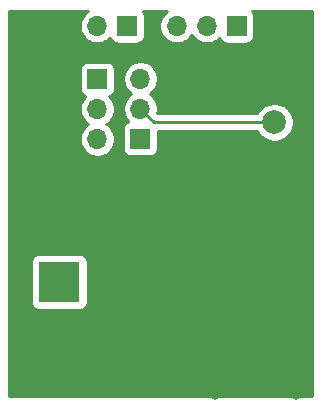
<source format=gbl>
%TF.GenerationSoftware,KiCad,Pcbnew,(5.1.6-0-10_14)*%
%TF.CreationDate,2021-10-07T10:19:15+09:00*%
%TF.ProjectId,peltier,70656c74-6965-4722-9e6b-696361645f70,rev?*%
%TF.SameCoordinates,Original*%
%TF.FileFunction,Copper,L2,Bot*%
%TF.FilePolarity,Positive*%
%FSLAX46Y46*%
G04 Gerber Fmt 4.6, Leading zero omitted, Abs format (unit mm)*
G04 Created by KiCad (PCBNEW (5.1.6-0-10_14)) date 2021-10-07 10:19:15*
%MOMM*%
%LPD*%
G01*
G04 APERTURE LIST*
%TA.AperFunction,ComponentPad*%
%ADD10O,1.700000X1.700000*%
%TD*%
%TA.AperFunction,ComponentPad*%
%ADD11R,1.700000X1.700000*%
%TD*%
%TA.AperFunction,ComponentPad*%
%ADD12R,3.500000X3.500000*%
%TD*%
%TA.AperFunction,ComponentPad*%
%ADD13C,2.000000*%
%TD*%
%TA.AperFunction,ViaPad*%
%ADD14C,0.800000*%
%TD*%
%TA.AperFunction,Conductor*%
%ADD15C,0.250000*%
%TD*%
%TA.AperFunction,Conductor*%
%ADD16C,0.254000*%
%TD*%
G04 APERTURE END LIST*
D10*
%TO.P,J1,2*%
%TO.N,Net-(J1-Pad2)*%
X165135000Y-36950000D03*
D11*
%TO.P,J1,1*%
%TO.N,Net-(J1-Pad1)*%
X167675000Y-36950000D03*
%TD*%
D10*
%TO.P,J2,3*%
%TO.N,Net-(J1-Pad1)*%
X168800000Y-41420000D03*
%TO.P,J2,2*%
%TO.N,REG_OUT*%
X168800000Y-43960000D03*
D11*
%TO.P,J2,1*%
%TO.N,/POT_RES_A*%
X168800000Y-46500000D03*
%TD*%
%TO.P,J3,1*%
%TO.N,Net-(J1-Pad2)*%
X165150000Y-41450000D03*
D10*
%TO.P,J3,2*%
%TO.N,/FB_RES_B*%
X165150000Y-43990000D03*
%TO.P,J3,3*%
%TO.N,/POT_RES_B*%
X165150000Y-46530000D03*
%TD*%
%TO.P,J5,3*%
%TO.N,I2C_SDA*%
X171870000Y-36950000D03*
%TO.P,J5,2*%
%TO.N,I2C_SCL*%
X174410000Y-36950000D03*
D11*
%TO.P,J5,1*%
%TO.N,5V*%
X176950000Y-36950000D03*
%TD*%
D12*
%TO.P,J6,1*%
%TO.N,12V*%
X161940000Y-58620000D03*
%TO.P,J6,2*%
%TO.N,GND*%
%TA.AperFunction,ComponentPad*%
G36*
G01*
X162940000Y-66120000D02*
X160940000Y-66120000D01*
G75*
G02*
X160190000Y-65370000I0J750000D01*
G01*
X160190000Y-63870000D01*
G75*
G02*
X160940000Y-63120000I750000J0D01*
G01*
X162940000Y-63120000D01*
G75*
G02*
X163690000Y-63870000I0J-750000D01*
G01*
X163690000Y-65370000D01*
G75*
G02*
X162940000Y-66120000I-750000J0D01*
G01*
G37*
%TD.AperFunction*%
%TO.P,J6,3*%
%TA.AperFunction,ComponentPad*%
G36*
G01*
X167515000Y-63370000D02*
X165765000Y-63370000D01*
G75*
G02*
X164890000Y-62495000I0J875000D01*
G01*
X164890000Y-60745000D01*
G75*
G02*
X165765000Y-59870000I875000J0D01*
G01*
X167515000Y-59870000D01*
G75*
G02*
X168390000Y-60745000I0J-875000D01*
G01*
X168390000Y-62495000D01*
G75*
G02*
X167515000Y-63370000I-875000J0D01*
G01*
G37*
%TD.AperFunction*%
%TD*%
D13*
%TO.P,J4,1*%
%TO.N,REG_OUT*%
X180150000Y-45100000D03*
%TO.P,J4,2*%
%TO.N,GND*%
X180150000Y-41600000D03*
%TD*%
D14*
%TO.N,GND*%
X175900000Y-39450000D03*
X172175000Y-39625000D03*
X176850000Y-48575000D03*
X178775000Y-47050000D03*
X172500000Y-48000000D03*
X171250000Y-41500000D03*
X171250000Y-43250000D03*
X171250000Y-43250000D03*
X181750000Y-40000000D03*
X180250000Y-38000000D03*
X181750000Y-36500000D03*
X179400000Y-47980000D03*
X179400000Y-51640000D03*
X176000000Y-43000000D03*
X169440000Y-39120000D03*
X166520000Y-39080000D03*
X162810000Y-36490000D03*
X158160000Y-36250000D03*
X160660000Y-39070000D03*
X158080000Y-41500000D03*
X162610000Y-41460000D03*
X160460000Y-44280000D03*
X158120000Y-46490000D03*
X163220000Y-46740000D03*
X158310000Y-61720000D03*
X158370000Y-67830000D03*
X163640000Y-61930000D03*
X164330000Y-67740000D03*
X169190000Y-67950000D03*
X167210000Y-64980000D03*
X174170000Y-66040000D03*
X181970000Y-68240000D03*
X181510000Y-65750000D03*
X175080000Y-68170000D03*
X178750000Y-66690000D03*
X165190000Y-58530000D03*
X165260000Y-56080000D03*
X167950000Y-57250000D03*
X170580000Y-57050000D03*
X167910000Y-59120000D03*
%TD*%
D15*
%TO.N,GND*%
X178050000Y-41600000D02*
X180150000Y-41600000D01*
X175900000Y-39450000D02*
X178050000Y-41600000D01*
X172350000Y-39450000D02*
X172175000Y-39625000D01*
X175900000Y-39450000D02*
X172350000Y-39450000D01*
X176850000Y-48575000D02*
X176850000Y-57410000D01*
X172640000Y-61620000D02*
X166640000Y-61620000D01*
X176850000Y-57410000D02*
X172640000Y-61620000D01*
%TO.N,REG_OUT*%
X169940000Y-45100000D02*
X180150000Y-45100000D01*
X168800000Y-43960000D02*
X169940000Y-45100000D01*
%TD*%
D16*
%TO.N,GND*%
G36*
X164188368Y-35796525D02*
G01*
X163981525Y-36003368D01*
X163819010Y-36246589D01*
X163707068Y-36516842D01*
X163650000Y-36803740D01*
X163650000Y-37096260D01*
X163707068Y-37383158D01*
X163819010Y-37653411D01*
X163981525Y-37896632D01*
X164188368Y-38103475D01*
X164431589Y-38265990D01*
X164701842Y-38377932D01*
X164988740Y-38435000D01*
X165281260Y-38435000D01*
X165568158Y-38377932D01*
X165838411Y-38265990D01*
X166081632Y-38103475D01*
X166213487Y-37971620D01*
X166235498Y-38044180D01*
X166294463Y-38154494D01*
X166373815Y-38251185D01*
X166470506Y-38330537D01*
X166580820Y-38389502D01*
X166700518Y-38425812D01*
X166825000Y-38438072D01*
X168525000Y-38438072D01*
X168649482Y-38425812D01*
X168769180Y-38389502D01*
X168879494Y-38330537D01*
X168976185Y-38251185D01*
X169055537Y-38154494D01*
X169114502Y-38044180D01*
X169150812Y-37924482D01*
X169163072Y-37800000D01*
X169163072Y-36100000D01*
X169150812Y-35975518D01*
X169114502Y-35855820D01*
X169055537Y-35745506D01*
X169005881Y-35685000D01*
X171090277Y-35685000D01*
X170923368Y-35796525D01*
X170716525Y-36003368D01*
X170554010Y-36246589D01*
X170442068Y-36516842D01*
X170385000Y-36803740D01*
X170385000Y-37096260D01*
X170442068Y-37383158D01*
X170554010Y-37653411D01*
X170716525Y-37896632D01*
X170923368Y-38103475D01*
X171166589Y-38265990D01*
X171436842Y-38377932D01*
X171723740Y-38435000D01*
X172016260Y-38435000D01*
X172303158Y-38377932D01*
X172573411Y-38265990D01*
X172816632Y-38103475D01*
X173023475Y-37896632D01*
X173140000Y-37722240D01*
X173256525Y-37896632D01*
X173463368Y-38103475D01*
X173706589Y-38265990D01*
X173976842Y-38377932D01*
X174263740Y-38435000D01*
X174556260Y-38435000D01*
X174843158Y-38377932D01*
X175113411Y-38265990D01*
X175356632Y-38103475D01*
X175488487Y-37971620D01*
X175510498Y-38044180D01*
X175569463Y-38154494D01*
X175648815Y-38251185D01*
X175745506Y-38330537D01*
X175855820Y-38389502D01*
X175975518Y-38425812D01*
X176100000Y-38438072D01*
X177800000Y-38438072D01*
X177924482Y-38425812D01*
X178044180Y-38389502D01*
X178154494Y-38330537D01*
X178251185Y-38251185D01*
X178330537Y-38154494D01*
X178389502Y-38044180D01*
X178425812Y-37924482D01*
X178438072Y-37800000D01*
X178438072Y-36100000D01*
X178425812Y-35975518D01*
X178389502Y-35855820D01*
X178330537Y-35745506D01*
X178280881Y-35685000D01*
X183315000Y-35685000D01*
X183315001Y-68315000D01*
X157685000Y-68315000D01*
X157685000Y-56870000D01*
X159551928Y-56870000D01*
X159551928Y-60370000D01*
X159564188Y-60494482D01*
X159600498Y-60614180D01*
X159659463Y-60724494D01*
X159738815Y-60821185D01*
X159835506Y-60900537D01*
X159945820Y-60959502D01*
X160065518Y-60995812D01*
X160190000Y-61008072D01*
X163690000Y-61008072D01*
X163814482Y-60995812D01*
X163934180Y-60959502D01*
X164044494Y-60900537D01*
X164141185Y-60821185D01*
X164220537Y-60724494D01*
X164279502Y-60614180D01*
X164315812Y-60494482D01*
X164328072Y-60370000D01*
X164328072Y-56870000D01*
X164315812Y-56745518D01*
X164279502Y-56625820D01*
X164220537Y-56515506D01*
X164141185Y-56418815D01*
X164044494Y-56339463D01*
X163934180Y-56280498D01*
X163814482Y-56244188D01*
X163690000Y-56231928D01*
X160190000Y-56231928D01*
X160065518Y-56244188D01*
X159945820Y-56280498D01*
X159835506Y-56339463D01*
X159738815Y-56418815D01*
X159659463Y-56515506D01*
X159600498Y-56625820D01*
X159564188Y-56745518D01*
X159551928Y-56870000D01*
X157685000Y-56870000D01*
X157685000Y-40600000D01*
X163661928Y-40600000D01*
X163661928Y-42300000D01*
X163674188Y-42424482D01*
X163710498Y-42544180D01*
X163769463Y-42654494D01*
X163848815Y-42751185D01*
X163945506Y-42830537D01*
X164055820Y-42889502D01*
X164128380Y-42911513D01*
X163996525Y-43043368D01*
X163834010Y-43286589D01*
X163722068Y-43556842D01*
X163665000Y-43843740D01*
X163665000Y-44136260D01*
X163722068Y-44423158D01*
X163834010Y-44693411D01*
X163996525Y-44936632D01*
X164203368Y-45143475D01*
X164377760Y-45260000D01*
X164203368Y-45376525D01*
X163996525Y-45583368D01*
X163834010Y-45826589D01*
X163722068Y-46096842D01*
X163665000Y-46383740D01*
X163665000Y-46676260D01*
X163722068Y-46963158D01*
X163834010Y-47233411D01*
X163996525Y-47476632D01*
X164203368Y-47683475D01*
X164446589Y-47845990D01*
X164716842Y-47957932D01*
X165003740Y-48015000D01*
X165296260Y-48015000D01*
X165583158Y-47957932D01*
X165853411Y-47845990D01*
X166096632Y-47683475D01*
X166303475Y-47476632D01*
X166465990Y-47233411D01*
X166577932Y-46963158D01*
X166635000Y-46676260D01*
X166635000Y-46383740D01*
X166577932Y-46096842D01*
X166465990Y-45826589D01*
X166347998Y-45650000D01*
X167311928Y-45650000D01*
X167311928Y-47350000D01*
X167324188Y-47474482D01*
X167360498Y-47594180D01*
X167419463Y-47704494D01*
X167498815Y-47801185D01*
X167595506Y-47880537D01*
X167705820Y-47939502D01*
X167825518Y-47975812D01*
X167950000Y-47988072D01*
X169650000Y-47988072D01*
X169774482Y-47975812D01*
X169894180Y-47939502D01*
X170004494Y-47880537D01*
X170101185Y-47801185D01*
X170180537Y-47704494D01*
X170239502Y-47594180D01*
X170275812Y-47474482D01*
X170288072Y-47350000D01*
X170288072Y-45860000D01*
X178695091Y-45860000D01*
X178701082Y-45874463D01*
X178880013Y-46142252D01*
X179107748Y-46369987D01*
X179375537Y-46548918D01*
X179673088Y-46672168D01*
X179988967Y-46735000D01*
X180311033Y-46735000D01*
X180626912Y-46672168D01*
X180924463Y-46548918D01*
X181192252Y-46369987D01*
X181419987Y-46142252D01*
X181598918Y-45874463D01*
X181722168Y-45576912D01*
X181785000Y-45261033D01*
X181785000Y-44938967D01*
X181722168Y-44623088D01*
X181598918Y-44325537D01*
X181419987Y-44057748D01*
X181192252Y-43830013D01*
X180924463Y-43651082D01*
X180626912Y-43527832D01*
X180311033Y-43465000D01*
X179988967Y-43465000D01*
X179673088Y-43527832D01*
X179375537Y-43651082D01*
X179107748Y-43830013D01*
X178880013Y-44057748D01*
X178701082Y-44325537D01*
X178695091Y-44340000D01*
X170254803Y-44340000D01*
X170241210Y-44326407D01*
X170285000Y-44106260D01*
X170285000Y-43813740D01*
X170227932Y-43526842D01*
X170115990Y-43256589D01*
X169953475Y-43013368D01*
X169746632Y-42806525D01*
X169572240Y-42690000D01*
X169746632Y-42573475D01*
X169953475Y-42366632D01*
X170115990Y-42123411D01*
X170227932Y-41853158D01*
X170285000Y-41566260D01*
X170285000Y-41273740D01*
X170227932Y-40986842D01*
X170115990Y-40716589D01*
X169953475Y-40473368D01*
X169746632Y-40266525D01*
X169503411Y-40104010D01*
X169233158Y-39992068D01*
X168946260Y-39935000D01*
X168653740Y-39935000D01*
X168366842Y-39992068D01*
X168096589Y-40104010D01*
X167853368Y-40266525D01*
X167646525Y-40473368D01*
X167484010Y-40716589D01*
X167372068Y-40986842D01*
X167315000Y-41273740D01*
X167315000Y-41566260D01*
X167372068Y-41853158D01*
X167484010Y-42123411D01*
X167646525Y-42366632D01*
X167853368Y-42573475D01*
X168027760Y-42690000D01*
X167853368Y-42806525D01*
X167646525Y-43013368D01*
X167484010Y-43256589D01*
X167372068Y-43526842D01*
X167315000Y-43813740D01*
X167315000Y-44106260D01*
X167372068Y-44393158D01*
X167484010Y-44663411D01*
X167646525Y-44906632D01*
X167778380Y-45038487D01*
X167705820Y-45060498D01*
X167595506Y-45119463D01*
X167498815Y-45198815D01*
X167419463Y-45295506D01*
X167360498Y-45405820D01*
X167324188Y-45525518D01*
X167311928Y-45650000D01*
X166347998Y-45650000D01*
X166303475Y-45583368D01*
X166096632Y-45376525D01*
X165922240Y-45260000D01*
X166096632Y-45143475D01*
X166303475Y-44936632D01*
X166465990Y-44693411D01*
X166577932Y-44423158D01*
X166635000Y-44136260D01*
X166635000Y-43843740D01*
X166577932Y-43556842D01*
X166465990Y-43286589D01*
X166303475Y-43043368D01*
X166171620Y-42911513D01*
X166244180Y-42889502D01*
X166354494Y-42830537D01*
X166451185Y-42751185D01*
X166530537Y-42654494D01*
X166589502Y-42544180D01*
X166625812Y-42424482D01*
X166638072Y-42300000D01*
X166638072Y-40600000D01*
X166625812Y-40475518D01*
X166589502Y-40355820D01*
X166530537Y-40245506D01*
X166451185Y-40148815D01*
X166354494Y-40069463D01*
X166244180Y-40010498D01*
X166124482Y-39974188D01*
X166000000Y-39961928D01*
X164300000Y-39961928D01*
X164175518Y-39974188D01*
X164055820Y-40010498D01*
X163945506Y-40069463D01*
X163848815Y-40148815D01*
X163769463Y-40245506D01*
X163710498Y-40355820D01*
X163674188Y-40475518D01*
X163661928Y-40600000D01*
X157685000Y-40600000D01*
X157685000Y-35685000D01*
X164355277Y-35685000D01*
X164188368Y-35796525D01*
G37*
X164188368Y-35796525D02*
X163981525Y-36003368D01*
X163819010Y-36246589D01*
X163707068Y-36516842D01*
X163650000Y-36803740D01*
X163650000Y-37096260D01*
X163707068Y-37383158D01*
X163819010Y-37653411D01*
X163981525Y-37896632D01*
X164188368Y-38103475D01*
X164431589Y-38265990D01*
X164701842Y-38377932D01*
X164988740Y-38435000D01*
X165281260Y-38435000D01*
X165568158Y-38377932D01*
X165838411Y-38265990D01*
X166081632Y-38103475D01*
X166213487Y-37971620D01*
X166235498Y-38044180D01*
X166294463Y-38154494D01*
X166373815Y-38251185D01*
X166470506Y-38330537D01*
X166580820Y-38389502D01*
X166700518Y-38425812D01*
X166825000Y-38438072D01*
X168525000Y-38438072D01*
X168649482Y-38425812D01*
X168769180Y-38389502D01*
X168879494Y-38330537D01*
X168976185Y-38251185D01*
X169055537Y-38154494D01*
X169114502Y-38044180D01*
X169150812Y-37924482D01*
X169163072Y-37800000D01*
X169163072Y-36100000D01*
X169150812Y-35975518D01*
X169114502Y-35855820D01*
X169055537Y-35745506D01*
X169005881Y-35685000D01*
X171090277Y-35685000D01*
X170923368Y-35796525D01*
X170716525Y-36003368D01*
X170554010Y-36246589D01*
X170442068Y-36516842D01*
X170385000Y-36803740D01*
X170385000Y-37096260D01*
X170442068Y-37383158D01*
X170554010Y-37653411D01*
X170716525Y-37896632D01*
X170923368Y-38103475D01*
X171166589Y-38265990D01*
X171436842Y-38377932D01*
X171723740Y-38435000D01*
X172016260Y-38435000D01*
X172303158Y-38377932D01*
X172573411Y-38265990D01*
X172816632Y-38103475D01*
X173023475Y-37896632D01*
X173140000Y-37722240D01*
X173256525Y-37896632D01*
X173463368Y-38103475D01*
X173706589Y-38265990D01*
X173976842Y-38377932D01*
X174263740Y-38435000D01*
X174556260Y-38435000D01*
X174843158Y-38377932D01*
X175113411Y-38265990D01*
X175356632Y-38103475D01*
X175488487Y-37971620D01*
X175510498Y-38044180D01*
X175569463Y-38154494D01*
X175648815Y-38251185D01*
X175745506Y-38330537D01*
X175855820Y-38389502D01*
X175975518Y-38425812D01*
X176100000Y-38438072D01*
X177800000Y-38438072D01*
X177924482Y-38425812D01*
X178044180Y-38389502D01*
X178154494Y-38330537D01*
X178251185Y-38251185D01*
X178330537Y-38154494D01*
X178389502Y-38044180D01*
X178425812Y-37924482D01*
X178438072Y-37800000D01*
X178438072Y-36100000D01*
X178425812Y-35975518D01*
X178389502Y-35855820D01*
X178330537Y-35745506D01*
X178280881Y-35685000D01*
X183315000Y-35685000D01*
X183315001Y-68315000D01*
X157685000Y-68315000D01*
X157685000Y-56870000D01*
X159551928Y-56870000D01*
X159551928Y-60370000D01*
X159564188Y-60494482D01*
X159600498Y-60614180D01*
X159659463Y-60724494D01*
X159738815Y-60821185D01*
X159835506Y-60900537D01*
X159945820Y-60959502D01*
X160065518Y-60995812D01*
X160190000Y-61008072D01*
X163690000Y-61008072D01*
X163814482Y-60995812D01*
X163934180Y-60959502D01*
X164044494Y-60900537D01*
X164141185Y-60821185D01*
X164220537Y-60724494D01*
X164279502Y-60614180D01*
X164315812Y-60494482D01*
X164328072Y-60370000D01*
X164328072Y-56870000D01*
X164315812Y-56745518D01*
X164279502Y-56625820D01*
X164220537Y-56515506D01*
X164141185Y-56418815D01*
X164044494Y-56339463D01*
X163934180Y-56280498D01*
X163814482Y-56244188D01*
X163690000Y-56231928D01*
X160190000Y-56231928D01*
X160065518Y-56244188D01*
X159945820Y-56280498D01*
X159835506Y-56339463D01*
X159738815Y-56418815D01*
X159659463Y-56515506D01*
X159600498Y-56625820D01*
X159564188Y-56745518D01*
X159551928Y-56870000D01*
X157685000Y-56870000D01*
X157685000Y-40600000D01*
X163661928Y-40600000D01*
X163661928Y-42300000D01*
X163674188Y-42424482D01*
X163710498Y-42544180D01*
X163769463Y-42654494D01*
X163848815Y-42751185D01*
X163945506Y-42830537D01*
X164055820Y-42889502D01*
X164128380Y-42911513D01*
X163996525Y-43043368D01*
X163834010Y-43286589D01*
X163722068Y-43556842D01*
X163665000Y-43843740D01*
X163665000Y-44136260D01*
X163722068Y-44423158D01*
X163834010Y-44693411D01*
X163996525Y-44936632D01*
X164203368Y-45143475D01*
X164377760Y-45260000D01*
X164203368Y-45376525D01*
X163996525Y-45583368D01*
X163834010Y-45826589D01*
X163722068Y-46096842D01*
X163665000Y-46383740D01*
X163665000Y-46676260D01*
X163722068Y-46963158D01*
X163834010Y-47233411D01*
X163996525Y-47476632D01*
X164203368Y-47683475D01*
X164446589Y-47845990D01*
X164716842Y-47957932D01*
X165003740Y-48015000D01*
X165296260Y-48015000D01*
X165583158Y-47957932D01*
X165853411Y-47845990D01*
X166096632Y-47683475D01*
X166303475Y-47476632D01*
X166465990Y-47233411D01*
X166577932Y-46963158D01*
X166635000Y-46676260D01*
X166635000Y-46383740D01*
X166577932Y-46096842D01*
X166465990Y-45826589D01*
X166347998Y-45650000D01*
X167311928Y-45650000D01*
X167311928Y-47350000D01*
X167324188Y-47474482D01*
X167360498Y-47594180D01*
X167419463Y-47704494D01*
X167498815Y-47801185D01*
X167595506Y-47880537D01*
X167705820Y-47939502D01*
X167825518Y-47975812D01*
X167950000Y-47988072D01*
X169650000Y-47988072D01*
X169774482Y-47975812D01*
X169894180Y-47939502D01*
X170004494Y-47880537D01*
X170101185Y-47801185D01*
X170180537Y-47704494D01*
X170239502Y-47594180D01*
X170275812Y-47474482D01*
X170288072Y-47350000D01*
X170288072Y-45860000D01*
X178695091Y-45860000D01*
X178701082Y-45874463D01*
X178880013Y-46142252D01*
X179107748Y-46369987D01*
X179375537Y-46548918D01*
X179673088Y-46672168D01*
X179988967Y-46735000D01*
X180311033Y-46735000D01*
X180626912Y-46672168D01*
X180924463Y-46548918D01*
X181192252Y-46369987D01*
X181419987Y-46142252D01*
X181598918Y-45874463D01*
X181722168Y-45576912D01*
X181785000Y-45261033D01*
X181785000Y-44938967D01*
X181722168Y-44623088D01*
X181598918Y-44325537D01*
X181419987Y-44057748D01*
X181192252Y-43830013D01*
X180924463Y-43651082D01*
X180626912Y-43527832D01*
X180311033Y-43465000D01*
X179988967Y-43465000D01*
X179673088Y-43527832D01*
X179375537Y-43651082D01*
X179107748Y-43830013D01*
X178880013Y-44057748D01*
X178701082Y-44325537D01*
X178695091Y-44340000D01*
X170254803Y-44340000D01*
X170241210Y-44326407D01*
X170285000Y-44106260D01*
X170285000Y-43813740D01*
X170227932Y-43526842D01*
X170115990Y-43256589D01*
X169953475Y-43013368D01*
X169746632Y-42806525D01*
X169572240Y-42690000D01*
X169746632Y-42573475D01*
X169953475Y-42366632D01*
X170115990Y-42123411D01*
X170227932Y-41853158D01*
X170285000Y-41566260D01*
X170285000Y-41273740D01*
X170227932Y-40986842D01*
X170115990Y-40716589D01*
X169953475Y-40473368D01*
X169746632Y-40266525D01*
X169503411Y-40104010D01*
X169233158Y-39992068D01*
X168946260Y-39935000D01*
X168653740Y-39935000D01*
X168366842Y-39992068D01*
X168096589Y-40104010D01*
X167853368Y-40266525D01*
X167646525Y-40473368D01*
X167484010Y-40716589D01*
X167372068Y-40986842D01*
X167315000Y-41273740D01*
X167315000Y-41566260D01*
X167372068Y-41853158D01*
X167484010Y-42123411D01*
X167646525Y-42366632D01*
X167853368Y-42573475D01*
X168027760Y-42690000D01*
X167853368Y-42806525D01*
X167646525Y-43013368D01*
X167484010Y-43256589D01*
X167372068Y-43526842D01*
X167315000Y-43813740D01*
X167315000Y-44106260D01*
X167372068Y-44393158D01*
X167484010Y-44663411D01*
X167646525Y-44906632D01*
X167778380Y-45038487D01*
X167705820Y-45060498D01*
X167595506Y-45119463D01*
X167498815Y-45198815D01*
X167419463Y-45295506D01*
X167360498Y-45405820D01*
X167324188Y-45525518D01*
X167311928Y-45650000D01*
X166347998Y-45650000D01*
X166303475Y-45583368D01*
X166096632Y-45376525D01*
X165922240Y-45260000D01*
X166096632Y-45143475D01*
X166303475Y-44936632D01*
X166465990Y-44693411D01*
X166577932Y-44423158D01*
X166635000Y-44136260D01*
X166635000Y-43843740D01*
X166577932Y-43556842D01*
X166465990Y-43286589D01*
X166303475Y-43043368D01*
X166171620Y-42911513D01*
X166244180Y-42889502D01*
X166354494Y-42830537D01*
X166451185Y-42751185D01*
X166530537Y-42654494D01*
X166589502Y-42544180D01*
X166625812Y-42424482D01*
X166638072Y-42300000D01*
X166638072Y-40600000D01*
X166625812Y-40475518D01*
X166589502Y-40355820D01*
X166530537Y-40245506D01*
X166451185Y-40148815D01*
X166354494Y-40069463D01*
X166244180Y-40010498D01*
X166124482Y-39974188D01*
X166000000Y-39961928D01*
X164300000Y-39961928D01*
X164175518Y-39974188D01*
X164055820Y-40010498D01*
X163945506Y-40069463D01*
X163848815Y-40148815D01*
X163769463Y-40245506D01*
X163710498Y-40355820D01*
X163674188Y-40475518D01*
X163661928Y-40600000D01*
X157685000Y-40600000D01*
X157685000Y-35685000D01*
X164355277Y-35685000D01*
X164188368Y-35796525D01*
%TD*%
M02*

</source>
